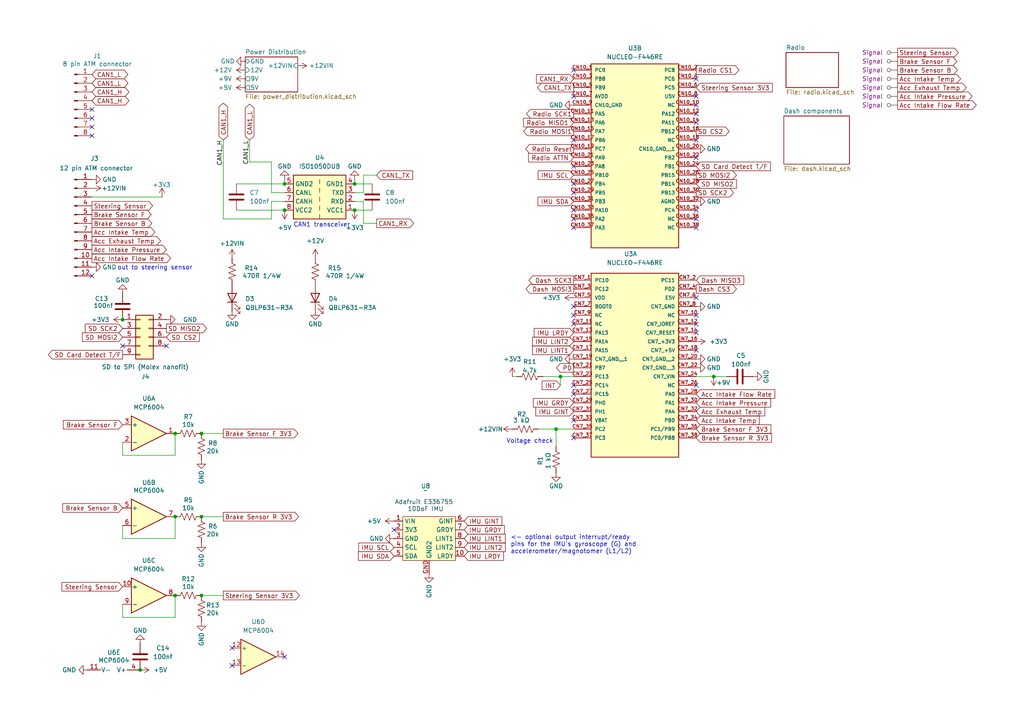
<source format=kicad_sch>
(kicad_sch (version 20250114) (generator "eeschema") (generator_version "9.0")
  (paper "A4")
  (title_block (title "Telemetry Board") (date "2024-11-22") (rev "1.0"))
  (lib_symbols
    (symbol "Amplifier_Operational:MCP6004" (pin_names (offset 0.127))
      (property "Reference" "U" (at 0 5.08 0))
      (property "Value" "MCP6004" (at 0 -5.08 0))
      (symbol "MCP6004_1_1"
        (pin input line (at -7.62 2.54 0) (length 2.54) (name "+") (number "3"))
        (pin input line (at -7.62 -2.54 0) (length 2.54) (name "-") (number "2"))
        (pin output line (at 7.62 0 180) (length 2.54) (name "~") (number "1"))
      )
      (symbol "MCP6004_2_1"
        (pin input line (at -7.62 2.54 0) (length 2.54) (name "+") (number "5"))
        (pin input line (at -7.62 -2.54 0) (length 2.54) (name "-") (number "6"))
        (pin output line (at 7.62 0 180) (length 2.54) (name "~") (number "7"))
      )
      (symbol "MCP6004_3_1"
        (pin input line (at -7.62 2.54 0) (length 2.54) (name "+") (number "10"))
        (pin input line (at -7.62 -2.54 0) (length 2.54) (name "-") (number "9"))
        (pin output line (at 7.62 0 180) (length 2.54) (name "~") (number "8"))
      )
      (symbol "MCP6004_4_1"
        (pin input line (at -7.62 2.54 0) (length 2.54) (name "+") (number "12"))
        (pin input line (at -7.62 -2.54 0) (length 2.54) (name "-") (number "13"))
        (pin output line (at 7.62 0 180) (length 2.54) (name "~") (number "14"))
      )
      (symbol "MCP6004_5_1"
        (pin power_in line (at -2.54 7.62 270) (length 3.81) (name "V+") (number "4"))
        (pin power_in line (at -2.54 -7.62 90) (length 3.81) (name "V-") (number "11"))
      )
    )
    (symbol "Connector:Conn_01x08_Pin" (pin_names (offset 1.016) (hide yes))
      (property "Reference" "J" (at 0 10.16 0))
      (property "Value" "Conn_01x08_Pin" (at 0 -12.7 0))
      (symbol "Conn_01x08_Pin_1_1"
        (pin passive line (at 5.08 7.62 180) (length 3.81) (name "Pin_1") (number "1"))
        (pin passive line (at 5.08 5.08 180) (length 3.81) (name "Pin_2") (number "2"))
        (pin passive line (at 5.08 2.54 180) (length 3.81) (name "Pin_3") (number "3"))
        (pin passive line (at 5.08 0 180) (length 3.81) (name "Pin_4") (number "4"))
        (pin passive line (at 5.08 -2.54 180) (length 3.81) (name "Pin_5") (number "5"))
        (pin passive line (at 5.08 -5.08 180) (length 3.81) (name "Pin_6") (number "6"))
        (pin passive line (at 5.08 -7.62 180) (length 3.81) (name "Pin_7") (number "7"))
        (pin passive line (at 5.08 -10.16 180) (length 3.81) (name "Pin_8") (number "8"))
      )
    )
    (symbol "Connector:Conn_01x12_Pin" (pin_names (offset 1.016) (hide yes))
      (property "Reference" "J" (at 0 15.24 0))
      (property "Value" "Conn_01x12_Pin" (at 0 -17.78 0))
      (symbol "Conn_01x12_Pin_1_1"
        (pin passive line (at 5.08 12.7 180) (length 3.81) (name "Pin_1") (number "1"))
        (pin passive line (at 5.08 10.16 180) (length 3.81) (name "Pin_2") (number "2"))
        (pin passive line (at 5.08 7.62 180) (length 3.81) (name "Pin_3") (number "3"))
        (pin passive line (at 5.08 5.08 180) (length 3.81) (name "Pin_4") (number "4"))
        (pin passive line (at 5.08 2.54 180) (length 3.81) (name "Pin_5") (number "5"))
        (pin passive line (at 5.08 0 180) (length 3.81) (name "Pin_6") (number "6"))
        (pin passive line (at 5.08 -2.54 180) (length 3.81) (name "Pin_7") (number "7"))
        (pin passive line (at 5.08 -5.08 180) (length 3.81) (name "Pin_8") (number "8"))
        (pin passive line (at 5.08 -7.62 180) (length 3.81) (name "Pin_9") (number "9"))
        (pin passive line (at 5.08 -10.16 180) (length 3.81) (name "Pin_10") (number "10"))
        (pin passive line (at 5.08 -12.7 180) (length 3.81) (name "Pin_11") (number "11"))
        (pin passive line (at 5.08 -15.24 180) (length 3.81) (name "Pin_12") (number "12"))
      )
    )
    (symbol "Connector_Generic:Conn_2Rows-09Pins" (pin_names (offset 1.016) (hide yes))
      (property "Reference" "J" (at 1.27 7.62 0))
      (property "Value" "Conn_2Rows-09Pins" (at 1.27 -7.62 0))
      (symbol "Conn_2Rows-09Pins_1_1"
        (pin passive line (at -5.08 5.08 0) (length 3.81) (name "Pin_1") (number "1"))
        (pin passive line (at -5.08 2.54 0) (length 3.81) (name "Pin_3") (number "3"))
        (pin passive line (at -5.08 0 0) (length 3.81) (name "Pin_5") (number "5"))
        (pin passive line (at -5.08 -2.54 0) (length 3.81) (name "Pin_7") (number "7"))
        (pin passive line (at -5.08 -5.08 0) (length 3.81) (name "Pin_9") (number "9"))
        (pin passive line (at 7.62 5.08 180) (length 3.81) (name "Pin_2") (number "2"))
        (pin passive line (at 7.62 2.54 180) (length 3.81) (name "Pin_4") (number "4"))
        (pin passive line (at 7.62 0 180) (length 3.81) (name "Pin_6") (number "6"))
        (pin passive line (at 7.62 -2.54 180) (length 3.81) (name "Pin_8") (number "8"))
      )
    )
    (symbol "Device:C" (pin_numbers (hide yes)) (pin_names (offset 0.254))
      (property "Reference" "C" (at 0.635 2.54 0))
      (property "Value" "C" (at 0.635 -2.54 0))
      (symbol "C_1_1"
        (pin passive line (at 0 3.81 270) (length 2.794) (name "~") (number "1"))
        (pin passive line (at 0 -3.81 90) (length 2.794) (name "~") (number "2"))
      )
    )
    (symbol "Device:LED" (pin_numbers (hide yes)) (pin_names (offset 1.016) (hide yes))
      (property "Reference" "D" (at 0 2.54 0))
      (property "Value" "LED" (at 0 -2.54 0))
      (symbol "LED_1_1"
        (pin passive line (at -3.81 0 0) (length 2.54) (name "K") (number "1"))
        (pin passive line (at 3.81 0 180) (length 2.54) (name "A") (number "2"))
      )
    )
    (symbol "Device:R_US" (pin_numbers (hide yes)) (pin_names (offset 0))
      (property "Reference" "R" (at 2.54 0 90))
      (property "Value" "R_US" (at -2.54 0 90))
      (symbol "R_US_1_1"
        (pin passive line (at 0 3.81 270) (length 1.27) (name "~") (number "1"))
        (pin passive line (at 0 -3.81 90) (length 1.27) (name "~") (number "2"))
      )
    )
    (symbol "FS_3_Global_Symbol_Library:Adafruit_E336755_10DoF_IMU"
      (property "Reference" "U" (at 5.588 7.366 0))
      (symbol "Adafruit_E336755_10DoF_IMU_1_1"
        (text "Adafruit E336755 \n10DoF IMU" (at -1.016 9.652 0) (effects (font (size 1.27 1.27))))
        (pin power_in line (at -10.16 5.08 0) (length 2.54) (name "VIN") (number "1"))
        (pin power_in line (at -10.16 2.54 0) (length 2.54) (name "3V3") (number "2"))
        (pin power_in line (at -10.16 0 0) (length 2.54) (name "GND") (number "3"))
        (pin input line (at -10.16 -2.54 0) (length 2.54) (name "SCL") (number "4"))
        (pin input line (at -10.16 -5.08 0) (length 2.54) (name "SDA") (number "5"))
        (pin power_in line (at 0 -10.16 90) (length 3.81) (name "GND2") (number "GND"))
        (pin unspecified line (at 10.16 5.08 180) (length 2.54) (name "GINT") (number "6"))
        (pin unspecified line (at 10.16 2.54 180) (length 2.54) (name "GRDY") (number "7"))
        (pin unspecified line (at 10.16 0 180) (length 2.54) (name "LINT1") (number "8"))
        (pin unspecified line (at 10.16 -2.54 180) (length 2.54) (name "LINT2") (number "9"))
        (pin unspecified line (at 10.16 -5.08 180) (length 2.54) (name "LRDY") (number "10"))
      )
    )
    (symbol "FS_3_Global_Symbol_Library:NUCLEO-F446RE" (pin_names (offset 1.016))
      (property "Reference" "U" (at -12.446 26.67 0))
      (property "Value" "NUCLEO-F446RE" (at -8.382 -24.384 0))
      (symbol "NUCLEO-F446RE_1_0"
        (pin bidirectional line (at -17.78 24.13 0) (length 5.08) (name "PC10") (number "CN7_1"))
        (pin bidirectional line (at -17.78 21.59 0) (length 5.08) (name "PC12") (number "CN7_3"))
        (pin power_in line (at -17.78 19.05 0) (length 5.08) (name "VDD") (number "CN7_5"))
        (pin bidirectional line (at -17.78 16.51 0) (length 5.08) (name "BOOT0") (number "CN7_7"))
        (pin free line (at -17.78 13.97 0) (length 5.08) (name "NC") (number "CN7_9"))
        (pin free line (at -17.78 11.43 0) (length 5.08) (name "NC") (number "CN7_11"))
        (pin bidirectional line (at -17.78 8.89 0) (length 5.08) (name "PA13") (number "CN7_13"))
        (pin bidirectional line (at -17.78 6.35 0) (length 5.08) (name "PA14") (number "CN7_15"))
        (pin bidirectional line (at -17.78 3.81 0) (length 5.08) (name "PA15") (number "CN7_17"))
        (pin power_in line (at -17.78 1.27 0) (length 5.08) (name "CN7_GND__1") (number "CN7_19"))
        (pin bidirectional line (at -17.78 -1.27 0) (length 5.08) (name "PB7") (number "CN7_21"))
        (pin bidirectional line (at -17.78 -3.81 0) (length 5.08) (name "PC13") (number "CN7_23"))
        (pin bidirectional line (at -17.78 -6.35 0) (length 5.08) (name "PC14") (number "CN7_25"))
        (pin bidirectional line (at -17.78 -8.89 0) (length 5.08) (name "PC15") (number "CN7_27"))
        (pin bidirectional line (at -17.78 -11.43 0) (length 5.08) (name "PH0") (number "CN7_29"))
        (pin bidirectional line (at -17.78 -13.97 0) (length 5.08) (name "PH1") (number "CN7_31"))
        (pin power_in line (at -17.78 -16.51 0) (length 5.08) (name "VBAT") (number "CN7_33"))
        (pin bidirectional line (at -17.78 -19.05 0) (length 5.08) (name "PC2") (number "CN7_35"))
        (pin bidirectional line (at -17.78 -21.59 0) (length 5.08) (name "PC3") (number "CN7_37"))
        (pin bidirectional line (at 17.78 24.13 180) (length 5.08) (name "PC11") (number "CN7_2"))
        (pin bidirectional line (at 17.78 21.59 180) (length 5.08) (name "PD2") (number "CN7_4"))
        (pin power_in line (at 17.78 19.05 180) (length 5.08) (name "E5V") (number "CN7_6"))
        (pin power_in line (at 17.78 16.51 180) (length 5.08) (name "CN7_GND") (number "CN7_8"))
        (pin free line (at 17.78 13.97 180) (length 5.08) (name "NC") (number "CN7_10"))
        (pin bidirectional line (at 17.78 11.43 180) (length 5.08) (name "CN7_IOREF") (number "CN7_12"))
        (pin bidirectional line (at 17.78 8.89 180) (length 5.08) (name "CN7_RESET") (number "CN7_14"))
        (pin power_out line (at 17.78 6.35 180) (length 5.08) (name "CN7_+3V3") (number "CN7_16"))
        (pin power_in line (at 17.78 3.81 180) (length 5.08) (name "CN7_+5V") (number "CN7_18"))
        (pin power_in line (at 17.78 1.27 180) (length 5.08) (name "CN7_GND__2") (number "CN7_20"))
        (pin power_in line (at 17.78 -1.27 180) (length 5.08) (name "CN7_GND__3") (number "CN7_22"))
        (pin power_in line (at 17.78 -3.81 180) (length 5.08) (name "CN7_VIN") (number "CN7_24"))
        (pin free line (at 17.78 -6.35 180) (length 5.08) (name "NC") (number "CN7_26"))
        (pin bidirectional line (at 17.78 -8.89 180) (length 5.08) (name "PA0") (number "CN7_28"))
        (pin bidirectional line (at 17.78 -11.43 180) (length 5.08) (name "PA1") (number "CN7_30"))
        (pin bidirectional line (at 17.78 -13.97 180) (length 5.08) (name "PA4") (number "CN7_32"))
        (pin bidirectional line (at 17.78 -16.51 180) (length 5.08) (name "PB0") (number "CN7_34"))
        (pin bidirectional line (at 17.78 -19.05 180) (length 5.08) (name "PC1/PB9") (number "CN7_36"))
        (pin bidirectional line (at 17.78 -21.59 180) (length 5.08) (name "PC0/PB8") (number "CN7_38"))
      )
      (symbol "NUCLEO-F446RE_2_0"
        (pin bidirectional line (at -17.78 24.13 0) (length 5.08) (name "PC9") (number "CN10_1"))
        (pin bidirectional line (at -17.78 21.59 0) (length 5.08) (name "PB8") (number "CN10_3"))
        (pin bidirectional line (at -17.78 19.05 0) (length 5.08) (name "PB9") (number "CN10_5"))
        (pin power_in line (at -17.78 16.51 0) (length 5.08) (name "AVDD") (number "CN10_7"))
        (pin power_in line (at -17.78 13.97 0) (length 5.08) (name "CN10_GND") (number "CN10_9"))
        (pin bidirectional line (at -17.78 11.43 0) (length 5.08) (name "PA5") (number "CN10_11"))
        (pin bidirectional line (at -17.78 8.89 0) (length 5.08) (name "PA6") (number "CN10_13"))
        (pin bidirectional line (at -17.78 6.35 0) (length 5.08) (name "PA7") (number "CN10_15"))
        (pin bidirectional line (at -17.78 3.81 0) (length 5.08) (name "PB6") (number "CN10_17"))
        (pin bidirectional line (at -17.78 1.27 0) (length 5.08) (name "PC7") (number "CN10_19"))
        (pin bidirectional line (at -17.78 -1.27 0) (length 5.08) (name "PA9") (number "CN10_21"))
        (pin bidirectional line (at -17.78 -3.81 0) (length 5.08) (name "PA8") (number "CN10_23"))
        (pin bidirectional line (at -17.78 -6.35 0) (length 5.08) (name "PB10") (number "CN10_25"))
        (pin bidirectional line (at -17.78 -8.89 0) (length 5.08) (name "PB4") (number "CN10_27"))
        (pin bidirectional line (at -17.78 -11.43 0) (length 5.08) (name "PB5") (number "CN10_29"))
        (pin bidirectional line (at -17.78 -13.97 0) (length 5.08) (name "PB3") (number "CN10_31"))
        (pin bidirectional line (at -17.78 -16.51 0) (length 5.08) (name "PA10") (number "CN10_33"))
        (pin bidirectional line (at -17.78 -19.05 0) (length 5.08) (name "PA2") (number "CN10_35"))
        (pin bidirectional line (at -17.78 -21.59 0) (length 5.08) (name "PA3") (number "CN10_37"))
        (pin bidirectional line (at 17.78 24.13 180) (length 5.08) (name "PC8") (number "CN10_2"))
        (pin bidirectional line (at 17.78 21.59 180) (length 5.08) (name "PC6") (number "CN10_4"))
        (pin bidirectional line (at 17.78 19.05 180) (length 5.08) (name "PC5") (number "CN10_6"))
        (pin power_in line (at 17.78 16.51 180) (length 5.08) (name "U5V") (number "CN10_8"))
        (pin free line (at 17.78 13.97 180) (length 5.08) (name "NC") (number "CN10_10"))
        (pin bidirectional line (at 17.78 11.43 180) (length 5.08) (name "PA12") (number "CN10_12"))
        (pin bidirectional line (at 17.78 8.89 180) (length 5.08) (name "PA11") (number "CN10_14"))
        (pin bidirectional line (at 17.78 6.35 180) (length 5.08) (name "PB12") (number "CN10_16"))
        (pin free line (at 17.78 3.81 180) (length 5.08) (name "NC") (number "CN10_18"))
        (pin power_in line (at 17.78 1.27 180) (length 5.08) (name "CN10_GND__1") (number "CN10_20"))
        (pin bidirectional line (at 17.78 -1.27 180) (length 5.08) (name "PB2") (number "CN10_22"))
        (pin bidirectional line (at 17.78 -3.81 180) (length 5.08) (name "PB1") (number "CN10_24"))
        (pin bidirectional line (at 17.78 -6.35 180) (length 5.08) (name "PB15") (number "CN10_26"))
        (pin bidirectional line (at 17.78 -8.89 180) (length 5.08) (name "PB14") (number "CN10_28"))
        (pin bidirectional line (at 17.78 -11.43 180) (length 5.08) (name "PB13") (number "CN10_30"))
        (pin power_in line (at 17.78 -13.97 180) (length 5.08) (name "AGND") (number "CN10_32"))
        (pin bidirectional line (at 17.78 -16.51 180) (length 5.08) (name "PC4") (number "CN10_34"))
        (pin free line (at 17.78 -19.05 180) (length 5.08) (name "NC") (number "CN10_36"))
        (pin free line (at 17.78 -21.59 180) (length 5.08) (name "NC") (number "CN10_38"))
      )
    )
    (symbol "Interface_CAN_LIN:ISO1050DUB"
      (property "Reference" "U" (at -6.35 6.35 0))
      (property "Value" "ISO1050DUB" (at 2.54 6.35 0))
      (symbol "ISO1050DUB_1_1"
        (pin power_in line (at -10.16 2.54 0) (length 2.54) (name "VCC1") (number "1"))
        (pin output line (at -10.16 0 0) (length 2.54) (name "RXD") (number "2"))
        (pin input line (at -10.16 -2.54 0) (length 2.54) (name "TXD") (number "3"))
        (pin power_in line (at -10.16 -5.08 0) (length 2.54) (name "GND1") (number "4"))
        (pin power_in line (at 10.16 2.54 180) (length 2.54) (name "VCC2") (number "8"))
        (pin bidirectional line (at 10.16 0 180) (length 2.54) (name "CANH") (number "7"))
        (pin bidirectional line (at 10.16 -2.54 180) (length 2.54) (name "CANL") (number "6"))
        (pin power_in line (at 10.16 -5.08 180) (length 2.54) (name "GND2") (number "5"))
      )
    )
    (symbol "power:+12V" (power) (pin_numbers (hide yes)) (pin_names (offset 0) (hide yes))
      (property "Value" "+12V" (at 0 3.556 0))
      (symbol "+12V_1_1"
        (pin power_in line (at 0 0 90) (length 0) (name "~") (number "1"))
      )
    )
    (symbol "power:+3.3V" (power) (pin_numbers (hide yes)) (pin_names (offset 0) (hide yes))
      (property "Value" "+3.3V" (at 0 3.556 0))
      (symbol "+3.3V_1_1"
        (pin power_in line (at 0 0 90) (length 0) (name "~") (number "1"))
      )
    )
    (symbol "power:+3V3" (power) (pin_numbers (hide yes)) (pin_names (offset 0) (hide yes))
      (property "Value" "+3V3" (at 0 3.556 0))
      (symbol "+3V3_1_1"
        (pin power_in line (at 0 0 90) (length 0) (name "~") (number "1"))
      )
    )
    (symbol "power:+5V" (power) (pin_numbers (hide yes)) (pin_names (offset 0) (hide yes))
      (property "Value" "+5V" (at 0 3.556 0))
      (symbol "+5V_1_1"
        (pin power_in line (at 0 0 90) (length 0) (name "~") (number "1"))
      )
    )
    (symbol "power:+9V" (power) (pin_numbers (hide yes)) (pin_names (offset 0) (hide yes))
      (property "Value" "+9V" (at 0 3.556 0))
      (symbol "+9V_1_1"
        (pin power_in line (at 0 0 90) (length 0) (name "~") (number "1"))
      )
    )
    (symbol "power:GND" (power) (pin_numbers (hide yes)) (pin_names (offset 0) (hide yes))
      (property "Value" "GND" (at 0 -3.81 0))
      (symbol "GND_1_1"
        (pin power_in line (at 0 0 270) (length 0) (name "~") (number "1"))
      )
    )
  )
  (text "1 CAN bus -> 2 CAN Busses\nSPI Connected to 2 can controllers\nhttps://ww1.microchip.com/downloads/en/DeviceDoc/MCP2515-Stand-Alone-CAN-Controller-with-SPI-20001801J.pdf\nperipheral boards being replaced with CAN (Except power and ground)\nMake a list of sensors that need to be powered by PDB\nReach out to AUTO companies for flow sensor(s)\nUpdate connector to have power(and gnd), can x2, power to peripherals (and gnd), direct inputs.\nDirect inputs go to multiplexer." (at 149.352 -9.652 0) (effects (font (size 1.27 1.27))))
  (text "CAN1 transceiver" (at 85.09 66.04 0) (effects (font (size 1.27 1.27)) (justify left bottom)))
  (text "Voltage check" (at 153.67 128.016 0) (effects (font (size 1.27 1.27))))
  (text "<- optional output interrupt/ready\npins for the IMU's gyroscope (G) and\naccelerometer/magnotomer (L1/L2)" (at 148.082 157.988 0) (effects (font (size 1.27 1.27)) (justify left)))
  (text "out to steering sensor" (at 44.958 77.724 0) (effects (font (size 1.27 1.27))))
  (junction (at 162.56 109.22))
  (junction (at 82.55 60.96))
  (junction (at 207.01 109.22))
  (junction (at 50.8 149.86))
  (junction (at 102.87 53.34))
  (junction (at 161.29 124.46))
  (junction (at 58.42 125.73))
  (junction (at 58.42 172.72))
  (junction (at 40.64 194.31))
  (junction (at 102.87 60.96))
  (junction (at 82.55 53.34))
  (junction (at 50.8 125.73))
  (junction (at 50.8 172.72))
  (junction (at 35.56 92.71))
  (junction (at 58.42 149.86))
  (no_connect (at 26.67 80.01))
  (no_connect (at 201.93 93.98))
  (no_connect (at 201.93 22.86))
  (no_connect (at 201.93 66.04))
  (no_connect (at 201.93 111.76))
  (no_connect (at 166.37 127))
  (no_connect (at 166.37 93.98))
  (no_connect (at 48.26 100.33))
  (no_connect (at 114.3 153.67))
  (no_connect (at 166.37 20.32))
  (no_connect (at 201.93 91.44))
  (no_connect (at 26.67 36.83))
  (no_connect (at 166.37 27.94))
  (no_connect (at 201.93 35.56))
  (no_connect (at 166.37 55.88))
  (no_connect (at 35.56 100.33))
  (no_connect (at 201.93 30.48))
  (no_connect (at 166.37 114.3))
  (no_connect (at 201.93 86.36))
  (no_connect (at 166.37 53.34))
  (no_connect (at 201.93 27.94))
  (no_connect (at 26.67 31.75))
  (no_connect (at 166.37 88.9))
  (no_connect (at 201.93 96.52))
  (no_connect (at 26.67 34.29))
  (no_connect (at 166.37 111.76))
  (no_connect (at 201.93 45.72))
  (no_connect (at 166.37 66.04))
  (no_connect (at 67.31 193.04))
  (no_connect (at 201.93 33.02))
  (no_connect (at 26.67 39.37))
  (no_connect (at 201.93 101.6))
  (no_connect (at 166.37 40.64))
  (no_connect (at 67.31 187.96))
  (no_connect (at 201.93 60.96))
  (no_connect (at 166.37 63.5))
  (no_connect (at 82.55 190.5))
  (no_connect (at 201.93 63.5))
  (no_connect (at 166.37 60.96))
  (no_connect (at 166.37 91.44))
  (no_connect (at 201.93 40.64))
  (no_connect (at 166.37 121.92))
  (no_connect (at 166.37 48.26))
  (wire (pts (xy 102.87 53.34) (xy 107.95 53.34)))
  (wire (pts (xy 162.56 111.76) (xy 162.56 109.22)))
  (wire (pts (xy 50.8 172.72) (xy 50.8 179.07)))
  (wire (pts (xy 161.29 124.46) (xy 166.37 124.46)))
  (wire (pts (xy 105.41 50.8) (xy 109.22 50.8)))
  (wire (pts (xy 78.74 46.99) (xy 72.39 46.99)))
  (wire (pts (xy 50.8 179.07) (xy 35.56 179.07)))
  (wire (pts (xy 105.41 55.88) (xy 105.41 50.8)))
  (wire (pts (xy 102.87 52.07) (xy 102.87 53.34)))
  (wire (pts (xy 148.59 109.22) (xy 149.86 109.22)))
  (wire (pts (xy 201.93 109.22) (xy 207.01 109.22)))
  (wire (pts (xy 64.77 40.64) (xy 64.77 63.5)))
  (wire (pts (xy 64.77 125.73) (xy 58.42 125.73)))
  (wire (pts (xy 50.8 125.73) (xy 50.8 132.08)))
  (wire (pts (xy 35.56 152.4) (xy 35.56 156.21)))
  (wire (pts (xy 35.56 132.08) (xy 35.56 128.27)))
  (wire (pts (xy 162.56 109.22) (xy 166.37 109.22)))
  (wire (pts (xy 50.8 156.21) (xy 35.56 156.21)))
  (wire (pts (xy 64.77 63.5) (xy 78.74 63.5)))
  (wire (pts (xy 105.41 64.77) (xy 109.22 64.77)))
  (wire (pts (xy 82.55 52.07) (xy 82.55 53.34)))
  (wire (pts (xy 102.87 60.96) (xy 107.95 60.96)))
  (wire (pts (xy 78.74 58.42) (xy 82.55 58.42)))
  (wire (pts (xy 68.58 60.96) (xy 82.55 60.96)))
  (wire (pts (xy 78.74 63.5) (xy 78.74 58.42)))
  (wire (pts (xy 102.87 55.88) (xy 105.41 55.88)))
  (wire (pts (xy 78.74 55.88) (xy 82.55 55.88)))
  (wire (pts (xy 26.67 57.15) (xy 46.99 57.15)))
  (wire (pts (xy 78.74 46.99) (xy 78.74 55.88)))
  (wire (pts (xy 68.58 53.34) (xy 82.55 53.34)))
  (wire (pts (xy 156.21 124.46) (xy 161.29 124.46)))
  (wire (pts (xy 161.29 129.54) (xy 161.29 124.46)))
  (wire (pts (xy 105.41 58.42) (xy 105.41 64.77)))
  (wire (pts (xy 210.82 109.22) (xy 207.01 109.22)))
  (wire (pts (xy 35.56 175.26) (xy 35.56 179.07)))
  (wire (pts (xy 102.87 58.42) (xy 105.41 58.42)))
  (wire (pts (xy 58.42 172.72) (xy 64.77 172.72)))
  (wire (pts (xy 50.8 149.86) (xy 50.8 156.21)))
  (wire (pts (xy 50.8 132.08) (xy 35.56 132.08)))
  (wire (pts (xy 72.39 40.64) (xy 72.39 46.99)))
  (wire (pts (xy 64.77 149.86) (xy 58.42 149.86)))
  (wire (pts (xy 157.48 109.22) (xy 162.56 109.22)))
  (label "CAN1_H" (at 64.77 40.64 270))
  (label "CAN1_L" (at 72.39 40.64 270))
  (global_label "Radio SCK1" (shape output) (at 166.37 33.02 180) (property "Intersheetrefs" "${INTERSHEET_REFS}" (effects (hide yes))))
  (global_label "Radio MISO1" (shape input) (at 166.37 35.56 180) (property "Intersheetrefs" "${INTERSHEET_REFS}" (effects (hide yes))))
  (global_label "SD MISO2" (shape input) (at 201.93 53.34 0) (property "Intersheetrefs" "${INTERSHEET_REFS}" (effects (hide yes))))
  (global_label "Radio ATTN" (shape input) (at 166.37 45.72 180) (property "Intersheetrefs" "${INTERSHEET_REFS}" (effects (hide yes))))
  (global_label "Steering Sensor" (shape output) (at 26.67 59.69 0) (property "Intersheetrefs" "${INTERSHEET_REFS}" (effects (hide yes))))
  (global_label "PD" (shape output) (at 166.37 106.68 180) (property "Intersheetrefs" "${INTERSHEET_REFS}" (effects (hide yes))))
  (global_label "Acc Intake Pressure" (shape output) (at 260.35 27.94 0) (property "Intersheetrefs" "${INTERSHEET_REFS}" (effects (hide yes))))
  (global_label "IMU SDA" (shape input) (at 114.3 161.29 180) (property "Intersheetrefs" "${INTERSHEET_REFS}" (effects (hide yes))))
  (global_label "Acc Intake Temp" (shape output) (at 260.35 22.86 0) (property "Intersheetrefs" "${INTERSHEET_REFS}" (effects (hide yes))))
  (global_label "CAN1_RX" (shape output) (at 109.22 64.77 0) (property "Intersheetrefs" "${INTERSHEET_REFS}" (effects (hide yes))))
  (global_label "CAN1_L" (shape bidirectional) (at 26.67 24.13 0) (property "Intersheetrefs" "${INTERSHEET_REFS}" (effects (hide yes))))
  (global_label "INT" (shape input) (at 162.56 111.76 180) (property "Intersheetrefs" "${INTERSHEET_REFS}" (effects (hide yes))))
  (global_label "Acc Exhaust Temp" (shape input) (at 201.93 119.38 0) (property "Intersheetrefs" "${INTERSHEET_REFS}" (effects (hide yes))))
  (global_label "Acc Intake Flow Rate" (shape output) (at 260.35 30.48 0) (property "Intersheetrefs" "${INTERSHEET_REFS}" (effects (hide yes))))
  (global_label "IMU SDA" (shape input) (at 166.37 58.42 180) (property "Intersheetrefs" "${INTERSHEET_REFS}" (effects (hide yes))))
  (global_label "CAN1_L" (shape bidirectional) (at 72.39 40.64 90) (property "Intersheetrefs" "${INTERSHEET_REFS}" (effects (hide yes))))
  (global_label "CAN1_H" (shape bidirectional) (at 26.67 26.67 0) (property "Intersheetrefs" "${INTERSHEET_REFS}" (effects (hide yes))))
  (global_label "CAN1_L" (shape bidirectional) (at 26.67 21.59 0) (property "Intersheetrefs" "${INTERSHEET_REFS}" (effects (hide yes))))
  (global_label "Acc Exhaust Temp" (shape output) (at 260.35 25.4 0) (property "Intersheetrefs" "${INTERSHEET_REFS}" (effects (hide yes))))
  (global_label "Dash MOSI3" (shape output) (at 166.37 83.82 180) (property "Intersheetrefs" "${INTERSHEET_REFS}" (effects (hide yes))))
  (global_label "Acc Intake Temp" (shape input) (at 201.93 121.92 0) (property "Intersheetrefs" "${INTERSHEET_REFS}" (effects (hide yes))))
  (global_label "Dash SCK3" (shape output) (at 166.37 81.28 180) (property "Intersheetrefs" "${INTERSHEET_REFS}" (effects (hide yes))))
  (global_label "Brake Sensor B" (shape input) (at 35.56 147.32 180) (property "Intersheetrefs" "${INTERSHEET_REFS}" (effects (hide yes))))
  (global_label "Radio Reset" (shape output) (at 166.37 43.18 180) (property "Intersheetrefs" "${INTERSHEET_REFS}" (effects (hide yes))))
  (global_label "IMU LINT1" (shape input) (at 166.37 101.6 180) (property "Intersheetrefs" "${INTERSHEET_REFS}" (effects (hide yes))))
  (global_label "Acc Intake Flow Rate" (shape input) (at 201.93 114.3 0) (property "Intersheetrefs" "${INTERSHEET_REFS}" (effects (hide yes))))
  (global_label "SD CS2" (shape output) (at 201.93 38.1 0) (property "Intersheetrefs" "${INTERSHEET_REFS}" (effects (hide yes))))
  (global_label "Brake Sensor R 3V3" (shape output) (at 64.77 149.86 0) (property "Intersheetrefs" "${INTERSHEET_REFS}" (effects (hide yes))))
  (global_label "Dash CS3" (shape output) (at 201.93 83.82 0) (property "Intersheetrefs" "${INTERSHEET_REFS}" (effects (hide yes))))
  (global_label "CAN1_TX" (shape input) (at 109.22 50.8 0) (property "Intersheetrefs" "${INTERSHEET_REFS}" (effects (hide yes))))
  (global_label "IMU LINT2" (shape input) (at 134.62 158.75 0) (property "Intersheetrefs" "${INTERSHEET_REFS}" (effects (hide yes))))
  (global_label "IMU LRDY" (shape input) (at 134.62 161.29 0) (property "Intersheetrefs" "${INTERSHEET_REFS}" (effects (hide yes))))
  (global_label "CAN1_H" (shape bidirectional) (at 26.67 29.21 0) (property "Intersheetrefs" "${INTERSHEET_REFS}" (effects (hide yes))))
  (global_label "IMU LRDY" (shape input) (at 166.37 96.52 180) (property "Intersheetrefs" "${INTERSHEET_REFS}" (effects (hide yes))))
  (global_label "IMU GRDY" (shape input) (at 134.62 153.67 0) (property "Intersheetrefs" "${INTERSHEET_REFS}" (effects (hide yes))))
  (global_label "SD MISO2" (shape output) (at 48.26 95.25 0) (property "Intersheetrefs" "${INTERSHEET_REFS}" (effects (hide yes))))
  (global_label "Acc Intake Temp" (shape output) (at 26.67 67.31 0) (property "Intersheetrefs" "${INTERSHEET_REFS}" (effects (hide yes))))
  (global_label "Acc Intake Flow Rate" (shape output) (at 26.67 74.93 0) (property "Intersheetrefs" "${INTERSHEET_REFS}" (effects (hide yes))))
  (global_label "Acc Intake Pressure" (shape input) (at 201.93 116.84 0) (property "Intersheetrefs" "${INTERSHEET_REFS}" (effects (hide yes))))
  (global_label "SD Card Detect T{slash}F" (shape input) (at 201.93 48.26 0) (property "Intersheetrefs" "${INTERSHEET_REFS}" (effects (hide yes))))
  (global_label "CAN1_TX" (shape output) (at 166.37 25.4 180) (property "Intersheetrefs" "${INTERSHEET_REFS}" (effects (hide yes))))
  (global_label "Brake Sensor F" (shape output) (at 260.35 17.78 0) (property "Intersheetrefs" "${INTERSHEET_REFS}" (effects (hide yes))))
  (global_label "SD SCK2" (shape input) (at 35.56 95.25 180) (property "Intersheetrefs" "${INTERSHEET_REFS}" (effects (hide yes))))
  (global_label "IMU LINT1" (shape input) (at 134.62 156.21 0) (property "Intersheetrefs" "${INTERSHEET_REFS}" (effects (hide yes))))
  (global_label "IMU GINT" (shape input) (at 166.37 119.38 180) (property "Intersheetrefs" "${INTERSHEET_REFS}" (effects (hide yes))))
  (global_label "IMU LINT2" (shape input) (at 166.37 99.06 180) (property "Intersheetrefs" "${INTERSHEET_REFS}" (effects (hide yes))))
  (global_label "Brake Sensor F" (shape output) (at 26.67 62.23 0) (property "Intersheetrefs" "${INTERSHEET_REFS}" (effects (hide yes))))
  (global_label "Brake Sensor F 3V3" (shape input) (at 201.93 124.46 0) (property "Intersheetrefs" "${INTERSHEET_REFS}" (effects (hide yes))))
  (global_label "Acc Exhaust Temp" (shape output) (at 26.67 69.85 0) (property "Intersheetrefs" "${INTERSHEET_REFS}" (effects (hide yes))))
  (global_label "IMU SCL" (shape input) (at 166.37 50.8 180) (property "Intersheetrefs" "${INTERSHEET_REFS}" (effects (hide yes))))
  (global_label "Brake Sensor B" (shape output) (at 26.67 64.77 0) (property "Intersheetrefs" "${INTERSHEET_REFS}" (effects (hide yes))))
  (global_label "CAN1_RX" (shape input) (at 166.37 22.86 180) (property "Intersheetrefs" "${INTERSHEET_REFS}" (effects (hide yes))))
  (global_label "SD Card Detect T{slash}F" (shape output) (at 35.56 102.87 180) (property "Intersheetrefs" "${INTERSHEET_REFS}" (effects (hide yes))))
  (global_label "Radio CS1" (shape output) (at 201.93 20.32 0) (property "Intersheetrefs" "${INTERSHEET_REFS}" (effects (hide yes))))
  (global_label "Brake Sensor R 3V3" (shape input) (at 201.93 127 0) (property "Intersheetrefs" "${INTERSHEET_REFS}" (effects (hide yes))))
  (global_label "SD SCK2" (shape output) (at 201.93 55.88 0) (property "Intersheetrefs" "${INTERSHEET_REFS}" (effects (hide yes))))
  (global_label "Steering Sensor 3V3" (shape input) (at 201.93 25.4 0) (property "Intersheetrefs" "${INTERSHEET_REFS}" (effects (hide yes))))
  (global_label "IMU GRDY" (shape input) (at 166.37 116.84 180) (property "Intersheetrefs" "${INTERSHEET_REFS}" (effects (hide yes))))
  (global_label "IMU GINT" (shape input) (at 134.62 151.13 0) (property "Intersheetrefs" "${INTERSHEET_REFS}" (effects (hide yes))))
  (global_label "Brake Sensor F" (shape input) (at 35.56 123.19 180) (property "Intersheetrefs" "${INTERSHEET_REFS}" (effects (hide yes))))
  (global_label "SD MOSI2" (shape output) (at 201.93 50.8 0) (property "Intersheetrefs" "${INTERSHEET_REFS}" (effects (hide yes))))
  (global_label "IMU SCL" (shape input) (at 114.3 158.75 180) (property "Intersheetrefs" "${INTERSHEET_REFS}" (effects (hide yes))))
  (global_label "Dash MISO3" (shape input) (at 201.93 81.28 0) (property "Intersheetrefs" "${INTERSHEET_REFS}" (effects (hide yes))))
  (global_label "SD CS2" (shape input) (at 48.26 97.79 0) (property "Intersheetrefs" "${INTERSHEET_REFS}" (effects (hide yes))))
  (global_label "Steering Sensor" (shape output) (at 260.35 15.24 0) (property "Intersheetrefs" "${INTERSHEET_REFS}" (effects (hide yes))))
  (global_label "Radio MOSI1" (shape output) (at 166.37 38.1 180) (property "Intersheetrefs" "${INTERSHEET_REFS}" (effects (hide yes))))
  (global_label "Steering Sensor" (shape input) (at 35.56 170.18 180) (property "Intersheetrefs" "${INTERSHEET_REFS}" (effects (hide yes))))
  (global_label "CAN1_H" (shape bidirectional) (at 64.77 40.64 90) (property "Intersheetrefs" "${INTERSHEET_REFS}" (effects (hide yes))))
  (global_label "Acc Intake Pressure" (shape output) (at 26.67 72.39 0) (property "Intersheetrefs" "${INTERSHEET_REFS}" (effects (hide yes))))
  (global_label "SD MOSI2" (shape input) (at 35.56 97.79 180) (property "Intersheetrefs" "${INTERSHEET_REFS}" (effects (hide yes))))
  (global_label "Brake Sensor B" (shape output) (at 260.35 20.32 0) (property "Intersheetrefs" "${INTERSHEET_REFS}" (effects (hide yes))))
  (global_label "Brake Sensor F 3V3" (shape output) (at 64.77 125.73 0) (property "Intersheetrefs" "${INTERSHEET_REFS}" (effects (hide yes))))
  (global_label "Steering Sensor 3V3" (shape output) (at 64.77 172.72 0) (property "Intersheetrefs" "${INTERSHEET_REFS}" (effects (hide yes))))
  (netclass_flag "" (length 2.54) (shape round) (at 260.35 27.94 90) (property "Netclass" "Signal" (at 249.936 27.94 0) (effects (font (italic yes)) (justify left))))
  (netclass_flag "" (length 2.54) (shape round) (at 260.35 15.24 90) (property "Netclass" "Signal" (at 249.936 15.24 0) (effects (font (italic yes)) (justify left))))
  (netclass_flag "" (length 2.54) (shape round) (at 260.35 22.86 90) (property "Netclass" "Signal" (at 249.936 22.86 0) (effects (font (italic yes)) (justify left))))
  (netclass_flag "" (length 2.54) (shape round) (at 260.35 25.4 90) (property "Netclass" "Signal" (at 249.936 25.4 0) (effects (font (italic yes)) (justify left))))
  (netclass_flag "" (length 2.54) (shape round) (at 260.35 30.48 90) (property "Netclass" "Signal" (at 249.936 30.48 0) (effects (font (italic yes)) (justify left))))
  (netclass_flag "" (length 2.54) (shape round) (at 260.35 17.78 90) (property "Netclass" "Signal" (at 249.936 17.78 0) (effects (font (italic yes)) (justify left))))
  (netclass_flag "" (length 2.54) (shape round) (at 260.35 20.32 90) (property "Netclass" "Signal" (at 249.936 20.32 0) (effects (font (italic yes)) (justify left))))
  (symbol (lib_id "power:GND") (at 58.42 180.34 0) (unit 1)
    (property "Reference" "#PWR023" (effects (hide yes)))
    (property "Value" "GND" (at 58.42 185.42 90))
    (property "Description" "Power symbol creates a global label with name \"GND\" , ground" (effects (hide yes)))
  )
  (symbol (lib_id "power:GND") (at 102.87 52.07 180) (unit 1)
    (property "Reference" "#PWR038" (effects (hide yes)))
    (property "Value" "GND" (at 102.87 48.26 0))
  )
  (symbol (lib_id "Device:R_US") (at 54.61 172.72 90) (unit 1)
    (property "Reference" "R12" (at 54.61 167.894 90))
    (property "Value" "10k" (at 54.61 170.18 90))
    (property "Footprint" "Resistor_SMD:R_0805_2012Metric_Pad1.20x1.40mm_HandSolder" (effects (hide yes)))
  )
  (symbol (lib_id "power:GND") (at 58.42 133.35 0) (unit 1)
    (property "Reference" "#PWR046" (effects (hide yes)))
    (property "Value" "GND" (at 58.42 138.43 90))
    (property "Description" "Power symbol creates a global label with name \"GND\" , ground" (effects (hide yes)))
  )
  (symbol (lib_id "power:GND") (at 201.93 104.14 90) (unit 1)
    (property "Reference" "#PWR028" (effects (hide yes)))
    (property "Value" "GND" (at 207.01 104.14 90))
  )
  (symbol (lib_id "power:+12V") (at 71.12 20.32 90) (unit 1)
    (property "Reference" "#PWR021" (effects (hide yes)))
    (property "Value" "+12V" (at 67.31 20.3199 90) (effects (justify left)))
    (property "Description" "Power symbol creates a global label with name \"+12V\"" (effects (hide yes)))
  )
  (symbol (lib_id "Connector_Generic:Conn_2Rows-09Pins") (at 40.64 97.79 0) (unit 1)
    (property "Reference" "J4" (at 42.164 109.22 0))
    (property "Value" "SD to SPI (Molex nanofit)" (at 42.164 106.426 0))
    (property "Footprint" "Connector_Molex:Molex_Nano-Fit_105310-xx10_2x05_P2.50mm_Vertical" (effects (hide yes)))
    (property "Description" "Generic connector, double row, 09 pins, odd/even pin numbering scheme (row 1 odd numbers, row 2 even numbers), script generated (kicad-library-utils/schlib/autogen/connector/)" (effects (hide yes)))
  )
  (symbol (lib_id "Device:R_US") (at 58.42 153.67 180) (unit 1)
    (property "Reference" "R6" (at 61.722 152.654 0))
    (property "Value" "20k" (at 61.722 154.94 0))
    (property "Footprint" "Resistor_SMD:R_0805_2012Metric_Pad1.20x1.40mm_HandSolder" (effects (hide yes)))
  )
  (symbol (lib_id "power:+3V3") (at 102.87 60.96 180) (unit 1)
    (property "Reference" "#PWR015" (effects (hide yes)))
    (property "Value" "+3V3" (at 102.87 66.04 0))
    (property "Description" "Power symbol creates a global label with name \"+3V3\"" (effects (hide yes)))
  )
  (symbol (lib_id "Device:LED") (at 67.31 86.36 90) (unit 1)
    (property "Reference" "D3" (at 71.12 86.6774 90) (effects (justify right)))
    (property "Value" "QBLP631-R3A" (at 71.12 89.2174 90) (effects (justify right)))
    (property "Footprint" "LED_SMD:LED_0805_2012Metric_Pad1.15x1.40mm_HandSolder" (effects (hide yes)))
    (property "Datasheet" "https://www.qt-brightek.com/datasheet/QBLP631-R3A.pdf" (effects (hide yes)))
    (property "Description" "12VIN Status LED" (effects (hide yes)))
  )
  (symbol (lib_id "power:GND") (at 201.93 88.9 90) (unit 1)
    (property "Reference" "#PWR032" (effects (hide yes)))
    (property "Value" "GND" (at 207.01 88.9 90))
  )
  (symbol (lib_id "power:+12V") (at 86.36 19.05 270) (unit 1)
    (property "Reference" "#PWR051" (effects (hide yes)))
    (property "Value" "+12VIN" (at 93.218 19.05 90))
    (property "Description" "Power symbol creates a global label with name \"+12V\"" (effects (hide yes)))
  )
  (symbol (lib_id "power:GND") (at 91.44 90.17 0) (unit 1)
    (property "Reference" "#PWR092" (effects (hide yes)))
    (property "Value" "GND" (at 91.44 93.98 0))
  )
  (symbol (lib_id "power:GND") (at 201.93 106.68 90) (unit 1)
    (property "Reference" "#PWR029" (effects (hide yes)))
    (property "Value" "GND" (at 207.01 106.68 90))
  )
  (symbol (lib_id "Amplifier_Operational:MCP6004") (at 43.18 149.86 0) (unit 2)
    (property "Reference" "U6" (at 43.18 139.954 0))
    (property "Value" "MCP6004" (at 43.18 142.24 0))
    (property "Footprint" "Package_SO:SOIC-14_3.9x8.7mm_P1.27mm" (effects (hide yes)))
    (property "Datasheet" "http://ww1.microchip.com/downloads/en/DeviceDoc/21733j.pdf" (effects (hide yes)))
    (property "Description" "1MHz, Low-Power Op Amp, DIP-14/SOIC-14/TSSOP-14" (effects (hide yes)))
  )
  (symbol (lib_id "power:GND") (at 26.67 77.47 90) (unit 1)
    (property "Reference" "#PWR087" (effects (hide yes)))
    (property "Value" "GND" (at 31.75 77.47 90))
  )
  (symbol (lib_id "power:+3V3") (at 46.99 57.15 0) (unit 1)
    (property "Reference" "#PWR014" (effects (hide yes)))
    (property "Value" "+3V3" (at 44.196 53.594 0) (effects (justify left)))
    (property "Description" "Power symbol creates a global label with name \"+3V3\"" (effects (hide yes)))
  )
  (symbol (lib_id "power:+3.3V") (at 148.59 109.22 0) (unit 1)
    (property "Reference" "#PWR088" (effects (hide yes)))
    (property "Value" "+3V3" (at 148.59 104.14 0))
    (property "Description" "Power symbol creates a global label with name \"+3.3V\"" (effects (hide yes)))
  )
  (symbol (lib_id "Device:R_US") (at 91.44 78.74 0) (unit 1)
    (property "Reference" "R15" (at 97.028 77.724 0))
    (property "Value" "470R 1/4W" (at 100.076 80.01 0))
    (property "Footprint" "Resistor_SMD:R_0805_2012Metric_Pad1.20x1.40mm_HandSolder" (effects (hide yes)))
    (property "Description" "Resistor, US symbol" (effects (hide yes)))
  )
  (symbol (lib_id "Device:C") (at 35.56 88.9 180) (unit 1)
    (property "Reference" "C13" (at 29.464 86.614 0))
    (property "Value" "100nf" (at 29.972 88.646 0))
    (property "Footprint" "Capacitor_SMD:C_0805_2012Metric_Pad1.18x1.45mm_HandSolder" (effects (hide yes)))
  )
  (symbol (lib_id "power:+3V3") (at 201.93 99.06 270) (unit 1)
    (property "Reference" "#PWR022" (effects (hide yes)))
    (property "Value" "+3V3" (at 205.74 99.0599 90) (effects (justify left)))
    (property "Description" "Power symbol creates a global label with name \"+3V3\"" (effects (hide yes)))
  )
  (symbol (lib_id "power:+12V") (at 67.31 74.93 0) (unit 1)
    (property "Reference" "#PWR090" (effects (hide yes)))
    (property "Value" "+12VIN" (at 67.31 70.612 0))
    (property "Description" "Power symbol creates a global label with name \"+12V\"" (effects (hide yes)))
  )
  (symbol (lib_id "power:GND") (at 218.44 109.22 90) (unit 1)
    (property "Reference" "#PWR020" (effects (hide yes)))
    (property "Value" "GND" (at 222.25 109.22 0))
  )
  (symbol (lib_id "power:GND") (at 48.26 92.71 90) (unit 1)
    (property "Reference" "#PWR035" (effects (hide yes)))
    (property "Value" "GND" (at 55.118 92.71 90))
  )
  (symbol (lib_id "Device:R_US") (at 153.67 109.22 90) (unit 1)
    (property "Reference" "R11" (at 153.67 104.902 90))
    (property "Value" "4.7k" (at 153.67 107.442 90))
    (property "Footprint" "Resistor_SMD:R_0805_2012Metric" (effects (hide yes)))
    (property "Description" "Resistor, US symbol" (effects (hide yes)))
  )
  (symbol (lib_id "power:GND") (at 58.42 157.48 0) (unit 1)
    (property "Reference" "#PWR045" (effects (hide yes)))
    (property "Value" "GND" (at 58.42 162.56 90))
    (property "Description" "Power symbol creates a global label with name \"GND\" , ground" (effects (hide yes)))
  )
  (symbol (lib_id "Device:C") (at 40.64 190.5 180) (unit 1)
    (property "Reference" "C14" (at 47.244 187.96 0))
    (property "Value" "100nf" (at 47.244 190.5 0))
    (property "Footprint" "Capacitor_SMD:C_0805_2012Metric_Pad1.18x1.45mm_HandSolder" (effects (hide yes)))
  )
  (symbol (lib_id "power:+9V") (at 207.01 109.22 180) (unit 1)
    (property "Reference" "#PWR016" (effects (hide yes)))
    (property "Value" "+9V" (at 209.804 110.998 0))
  )
  (symbol (lib_id "power:GND") (at 35.56 85.09 180) (unit 1)
    (property "Reference" "#PWR043" (effects (hide yes)))
    (property "Value" "GND" (at 35.56 81.28 0))
  )
  (symbol (lib_id "Device:C") (at 214.63 109.22 90) (unit 1)
    (property "Reference" "C5" (at 214.884 103.124 90))
    (property "Value" "100nf" (at 214.884 105.664 90))
    (property "Footprint" "Capacitor_SMD:C_0805_2012Metric_Pad1.18x1.45mm_HandSolder" (effects (hide yes)))
  )
  (symbol (lib_id "power:+12V") (at 148.59 124.46 90) (unit 1)
    (property "Reference" "#PWR039" (effects (hide yes)))
    (property "Value" "+12VIN" (at 142.24 124.46 90))
    (property "Description" "Power symbol creates a global label with name \"+12V\"" (effects (hide yes)))
  )
  (symbol (lib_id "power:+3V3") (at 166.37 86.36 90) (unit 1)
    (property "Reference" "#PWR040" (effects (hide yes)))
    (property "Value" "+3V3" (at 162.56 86.3599 90) (effects (justify left)))
    (property "Description" "Power symbol creates a global label with name \"+3V3\"" (effects (hide yes)))
  )
  (symbol (lib_id "Device:LED") (at 91.44 86.36 90) (unit 1)
    (property "Reference" "D4" (at 95.25 86.6774 90) (effects (justify right)))
    (property "Value" "QBLP631-R3A" (at 95.25 89.2174 90) (effects (justify right)))
    (property "Footprint" "LED_SMD:LED_0805_2012Metric_Pad1.15x1.40mm_HandSolder" (effects (hide yes)))
    (property "Datasheet" "https://www.qt-brightek.com/datasheet/QBLP631-R3A.pdf" (effects (hide yes)))
    (property "Description" "12VIN Status LED" (effects (hide yes)))
  )
  (symbol (lib_id "power:GND") (at 166.37 30.48 270) (unit 1)
    (property "Reference" "#PWR026" (effects (hide yes)))
    (property "Value" "GND" (at 161.29 30.48 90))
  )
  (symbol (lib_id "FS_3_Global_Symbol_Library:Adafruit_E336755_10DoF_IMU") (at 124.46 156.21 0) (unit 1)
    (property "Reference" "U8" (at 123.444 140.97 0))
    (property "Value" "~" (at 123.444 142.24 0))
    (property "Footprint" "FS_3_Global_Footprint_Library:Adafruit_E336755_10DoF_IMU" (effects (hide yes)))
    (property "Datasheet" "https://www.adafruit.com/product/1604" (effects (hide yes)))
  )
  (symbol (lib_id "Connector:Conn_01x08_Pin") (at 21.59 29.21 0) (unit 1)
    (property "Reference" "J1" (at 28.194 16.256 0))
    (property "Value" "8 pin ATM connector" (at 28.194 18.542 0))
    (property "Footprint" "FS_3_Global_Footprint_Library:ATM13-8PA-BM03" (effects (hide yes)))
    (property "Description" "Generic connector, single row, 01x08, script generated" (effects (hide yes)))
  )
  (symbol (lib_id "power:GND") (at 67.31 90.17 0) (unit 1)
    (property "Reference" "#PWR089" (effects (hide yes)))
    (property "Value" "GND" (at 67.31 93.98 0))
  )
  (symbol (lib_id "power:GND") (at 26.67 52.07 90) (unit 1)
    (property "Reference" "#PWR02" (effects (hide yes)))
    (property "Value" "GND" (at 31.75 52.07 90))
    (property "Description" "Power symbol creates a global label with name \"GND\" , ground" (effects (hide yes)))
  )
  (symbol (lib_id "Device:R_US") (at 58.42 176.53 180) (unit 1)
    (property "Reference" "R13" (at 61.722 175.514 0))
    (property "Value" "20k" (at 61.722 177.8 0))
    (property "Footprint" "Resistor_SMD:R_0805_2012Metric_Pad1.20x1.40mm_HandSolder" (effects (hide yes)))
  )
  (symbol (lib_id "power:GND") (at 124.46 166.37 0) (unit 1)
    (property "Reference" "#PWR019" (effects (hide yes)))
    (property "Value" "GND" (at 124.46 171.45 90))
  )
  (symbol (lib_id "power:+12V") (at 26.67 54.61 270) (unit 1)
    (property "Reference" "#PWR05" (effects (hide yes)))
    (property "Value" "+12VIN" (at 33.02 54.61 90))
    (property "Description" "Power symbol creates a global label with name \"+12V\"" (effects (hide yes)))
  )
  (symbol (lib_id "power:GND") (at 114.3 156.21 270) (unit 1)
    (property "Reference" "#PWR018" (effects (hide yes)))
    (property "Value" "GND" (at 109.22 156.21 90))
  )
  (symbol (lib_id "FS_3_Global_Symbol_Library:NUCLEO-F446RE") (at 184.15 44.45 0) (unit 2)
    (property "Reference" "U3" (at 184.15 13.97 0))
    (property "Value" "NUCLEO-F446RE" (at 184.15 16.51 0))
    (property "Footprint" "FS_3_Global_Footprint_Library:NUCLEO-F446RE" (effects (hide yes)))
    (property "Description" "NUCLEO with 2 can busses and an STM 32 MCU" (effects (hide yes)))
    (property "PARTREV" "13" (effects (hide yes)))
    (property "STANDARD" "Manufacturer Recommendations" (effects (hide yes)))
    (property "MANUFACTURER" "STMicroelectronics" (effects (hide yes)))
  )
  (symbol (lib_id "Amplifier_Operational:MCP6004") (at 43.18 172.72 0) (unit 3)
    (property "Reference" "U6" (at 43.18 162.56 0))
    (property "Value" "MCP6004" (at 43.18 165.1 0))
    (property "Footprint" "Package_SO:SOIC-14_3.9x8.7mm_P1.27mm" (effects (hide yes)))
    (property "Datasheet" "http://ww1.microchip.com/downloads/en/DeviceDoc/21733j.pdf" (effects (hide yes)))
    (property "Description" "1MHz, Low-Power Op Amp, DIP-14/SOIC-14/TSSOP-14" (effects (hide yes)))
  )
  (symbol (lib_id "Interface_CAN_LIN:ISO1050DUB") (at 92.71 58.42 180) (unit 1)
    (property "Reference" "U4" (at 92.71 45.72 0))
    (property "Value" "ISO1050DUB" (at 92.71 48.26 0))
    (property "Footprint" "Package_SO:SOP-8_6.62x9.15mm_P2.54mm" (effects (hide yes)))
    (property "Datasheet" "http://www.ti.com/lit/ds/symlink/iso1050.pdf" (effects (hide yes)))
  )
  (symbol (lib_id "power:GND") (at 201.93 58.42 90) (unit 1)
    (property "Reference" "#PWR025" (effects (hide yes)))
    (property "Value" "GND" (at 207.01 58.42 90))
  )
  (symbol (lib_id "power:+5V") (at 82.55 60.96 180) (unit 1)
    (property "Reference" "#PWR037" (effects (hide yes)))
    (property "Value" "+5V" (at 82.55 66.04 0))
  )
  (symbol (lib_id "power:GND") (at 71.12 17.78 270) (unit 1)
    (property "Reference" "#PWR033" (effects (hide yes)))
    (property "Value" "GND" (at 66.04 17.78 90))
    (property "Description" "Power symbol creates a global label with name \"GND\" , ground" (effects (hide yes)))
  )
  (symbol (lib_id "power:GND") (at 201.93 43.18 90) (unit 1)
    (property "Reference" "#PWR01" (effects (hide yes)))
    (property "Value" "GND" (at 207.01 43.18 90))
  )
  (symbol (lib_id "Device:R_US") (at 58.42 129.54 180) (unit 1)
    (property "Reference" "R8" (at 61.722 128.524 0))
    (property "Value" "20k" (at 61.722 130.81 0))
    (property "Footprint" "Resistor_SMD:R_0805_2012Metric_Pad1.20x1.40mm_HandSolder" (effects (hide yes)))
  )
  (symbol (lib_id "Device:R_US") (at 161.29 133.35 180) (unit 1)
    (property "Reference" "R1" (at 156.718 133.604 90))
    (property "Value" "1 kΩ" (at 159.004 133.604 90))
    (property "Footprint" "Resistor_SMD:R_0805_2012Metric_Pad1.20x1.40mm_HandSolder" (effects (hide yes)))
    (property "Description" "Resistor, US symbol" (effects (hide yes)))
  )
  (symbol (lib_id "Amplifier_Operational:MCP6004") (at 74.93 190.5 0) (unit 4)
    (property "Reference" "U6" (at 74.93 180.34 0))
    (property "Value" "MCP6004" (at 74.93 182.88 0))
    (property "Footprint" "Package_SO:SOIC-14_3.9x8.7mm_P1.27mm" (effects (hide yes)))
    (property "Datasheet" "http://ww1.microchip.com/downloads/en/DeviceDoc/21733j.pdf" (effects (hide yes)))
    (property "Description" "1MHz, Low-Power Op Amp, DIP-14/SOIC-14/TSSOP-14" (effects (hide yes)))
  )
  (symbol (lib_id "Device:R_US") (at 54.61 125.73 90) (unit 1)
    (property "Reference" "R7" (at 54.61 120.904 90))
    (property "Value" "10k" (at 54.61 123.19 90))
    (property "Footprint" "Resistor_SMD:R_0805_2012Metric_Pad1.20x1.40mm_HandSolder" (effects (hide yes)))
  )
  (symbol (lib_id "Connector:Conn_01x12_Pin") (at 21.59 64.77 0) (unit 1)
    (property "Reference" "J3" (at 27.432 45.974 0))
    (property "Value" "12 pin ATM connector" (at 27.94 48.768 0))
    (property "Footprint" "FS_3_Global_Footprint_Library:ATM13-12PA-BM03" (effects (hide yes)))
    (property "Description" "Generic connector, single row, 01x12, script generated" (effects (hide yes)))
  )
  (symbol (lib_id "power:GND") (at 25.4 194.31 270) (unit 1)
    (property "Reference" "#PWR047" (effects (hide yes)))
    (property "Value" "GND" (at 20.066 194.31 90))
  )
  (symbol (lib_id "Device:R_US") (at 67.31 78.74 0) (unit 1)
    (property "Reference" "R14" (at 72.898 77.724 0))
    (property "Value" "470R 1/4W" (at 75.946 80.01 0))
    (property "Footprint" "Resistor_SMD:R_0805_2012Metric_Pad1.20x1.40mm_HandSolder" (effects (hide yes)))
    (property "Description" "Resistor, US symbol" (effects (hide yes)))
  )
  (symbol (lib_id "power:+12V") (at 91.44 74.93 0) (unit 1)
    (property "Reference" "#PWR091" (effects (hide yes)))
    (property "Value" "+12V" (at 91.44 69.85 0))
    (property "Description" "Power symbol creates a global label with name \"+12V\"" (effects (hide yes)))
  )
  (symbol (lib_id "power:GND") (at 82.55 52.07 180) (unit 1)
    (property "Reference" "#PWR036" (effects (hide yes)))
    (property "Value" "GND" (at 82.55 48.26 0))
  )
  (symbol (lib_id "power:GND") (at 40.64 186.69 180) (unit 1)
    (property "Reference" "#PWR027" (effects (hide yes)))
    (property "Value" "GND" (at 40.64 182.88 0))
  )
  (symbol (lib_id "power:+5V") (at 40.64 194.31 270) (unit 1)
    (property "Reference" "#PWR030" (effects (hide yes)))
    (property "Value" "+5V" (at 44.45 194.3099 90) (effects (justify left)))
  )
  (symbol (lib_id "FS_3_Global_Symbol_Library:NUCLEO-F446RE") (at 184.15 105.41 0) (unit 1)
    (property "Reference" "U3" (at 182.88 73.66 0))
    (property "Value" "NUCLEO-F446RE" (at 184.15 76.2 0))
    (property "Footprint" "FS_3_Global_Footprint_Library:NUCLEO-F446RE" (effects (hide yes)))
    (property "Description" "NUCLEO with 2 can busses and an STM 32 MCU" (effects (hide yes)))
    (property "PARTREV" "13" (effects (hide yes)))
    (property "STANDARD" "Manufacturer Recommendations" (effects (hide yes)))
    (property "MANUFACTURER" "STMicroelectronics" (effects (hide yes)))
  )
  (symbol (lib_id "Device:R_US") (at 54.61 149.86 90) (unit 1)
    (property "Reference" "R5" (at 54.61 145.034 90))
    (property "Value" "10k" (at 54.61 147.32 90))
    (property "Footprint" "Resistor_SMD:R_0805_2012Metric_Pad1.20x1.40mm_HandSolder" (effects (hide yes)))
  )
  (symbol (lib_id "Device:C") (at 107.95 57.15 0) (unit 1)
    (property "Reference" "C8" (at 111.76 55.8799 0) (effects (justify left)))
    (property "Value" "100nf" (at 111.76 58.4199 0) (effects (justify left)))
    (property "Footprint" "Capacitor_SMD:C_0805_2012Metric_Pad1.18x1.45mm_HandSolder" (effects (hide yes)))
  )
  (symbol (lib_id "Device:C") (at 68.58 57.15 0) (unit 1)
    (property "Reference" "C7" (at 72.39 55.8799 0) (effects (justify left)))
    (property "Value" "100nf" (at 72.39 58.4199 0) (effects (justify left)))
    (property "Footprint" "Capacitor_SMD:C_0805_2012Metric_Pad1.18x1.45mm_HandSolder" (effects (hide yes)))
  )
  (symbol (lib_id "Amplifier_Operational:MCP6004") (at 43.18 125.73 0) (unit 1)
    (property "Reference" "U6" (at 43.18 115.57 0))
    (property "Value" "MCP6004" (at 43.18 118.11 0))
    (property "Footprint" "Package_SO:SOIC-14_3.9x8.7mm_P1.27mm" (effects (hide yes)))
    (property "Datasheet" "http://ww1.microchip.com/downloads/en/DeviceDoc/21733j.pdf" (effects (hide yes)))
    (property "Description" "1MHz, Low-Power Op Amp, DIP-14/SOIC-14/TSSOP-14" (effects (hide yes)))
  )
  (symbol (lib_id "Amplifier_Operational:MCP6004") (at 33.02 196.85 270) (unit 5)
    (property "Reference" "U6" (at 33.02 189.23 90))
    (property "Value" "MCP6004" (at 33.02 191.516 90))
    (property "Footprint" "Package_SO:SOIC-14_3.9x8.7mm_P1.27mm" (effects (hide yes)))
    (property "Datasheet" "http://ww1.microchip.com/downloads/en/DeviceDoc/21733j.pdf" (effects (hide yes)))
    (property "Description" "1MHz, Low-Power Op Amp, DIP-14/SOIC-14/TSSOP-14" (effects (hide yes)))
  )
  (symbol (lib_id "power:GND") (at 161.29 137.16 0) (unit 1)
    (property "Reference" "#PWR041" (effects (hide yes)))
    (property "Value" "GND" (at 161.29 140.97 0))
  )
  (symbol (lib_id "power:+5V") (at 114.3 151.13 90) (unit 1)
    (property "Reference" "#PWR017" (effects (hide yes)))
    (property "Value" "+5V" (at 110.49 151.1299 90) (effects (justify left)))
  )
  (symbol (lib_id "Device:R_US") (at 152.4 124.46 270) (unit 1)
    (property "Reference" "R2" (at 152.654 120.142 90) (effects (justify right)))
    (property "Value" "3 kΩ" (at 153.6699 121.92 90) (effects (justify right)))
    (property "Footprint" "Resistor_SMD:R_0805_2012Metric_Pad1.20x1.40mm_HandSolder" (effects (hide yes)))
    (property "Description" "Resistor, US symbol" (effects (hide yes)))
  )
  (symbol (lib_id "power:+9V") (at 71.12 22.86 90) (unit 1)
    (property "Reference" "#PWR024" (effects (hide yes)))
    (property "Value" "+9V" (at 67.31 22.8599 90) (effects (justify left)))
    (property "Description" "Power symbol creates a global label with name \"+9V\"" (effects (hide yes)))
  )
  (symbol (lib_id "power:+5V") (at 71.12 25.4 90) (unit 1)
    (property "Reference" "#PWR031" (effects (hide yes)))
    (property "Value" "+5V" (at 67.31 25.4001 90) (effects (justify left)))
    (property "Description" "Power symbol creates a global label with name \"+5V\"" (effects (hide yes)))
  )
  (symbol (lib_id "power:GND") (at 166.37 104.14 270) (unit 1)
    (property "Reference" "#PWR034" (effects (hide yes)))
    (property "Value" "GND" (at 161.29 104.14 90))
  )
  (symbol (lib_id "power:+5V") (at 35.56 92.71 90) (unit 1)
    (property "Reference" "#PWR044" (effects (hide yes)))
    (property "Value" "+3V3" (at 31.75 92.7099 90) (effects (justify left)))
  )
  (sheet (at 227.965 15.24) (size 15.24 10.16) (stroke (width 0.1524))
    (property "Sheetname" "Radio" (at 227.965 14.5284 0) (effects (justify left bottom)))
    (property "Sheetfile" "radio.kicad_sch" (at 227.965 25.9846 0) (effects (justify left top)))
  )
  (sheet (at 227.33 33.655) (size 19.05 13.97) (stroke (width 0.1524))
    (property "Sheetname" "Dash components" (at 227.33 32.9434 0) (effects (justify left bottom)))
    (property "Sheetfile" "dash.kicad_sch" (at 227.33 48.2096 0) (effects (justify left top)))
  )
  (sheet (at 71.12 16.51) (size 15.24 10.16) (stroke (width 0.1524))
    (property "Sheetname" "Power Distribution" (at 71.12 15.7984 0) (effects (justify left bottom)))
    (property "Sheetfile" "power_distribution.kicad_sch" (at 71.12 27.2546 0) (effects (justify left top)))
    (pin "9V" output (at 71.12 22.86 180))
    (pin "GND" bidirectional (at 71.12 17.78 180))
    (pin "12V" input (at 71.12 20.32 180))
    (pin "5V" output (at 71.12 25.4 180))
    (pin "+12VIN" input (at 86.36 19.05 0))
  )
)
</source>
